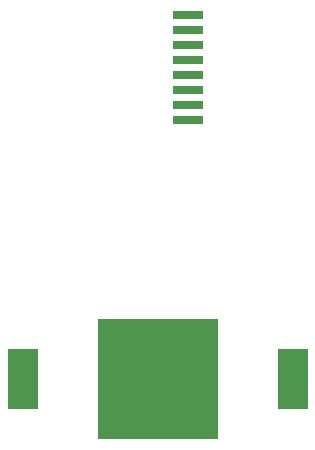
<source format=gtp>
G04 Layer: TopPasteMaskLayer*
G04 EasyEDA v6.2.46, 2019-11-03T11:34:55+01:00*
G04 e10e46a80a834b6b97d20d57123ccb7d,d15f1e4770a0489585fd403fbbc54e69,10*
G04 Gerber Generator version 0.2*
G04 Scale: 100 percent, Rotated: No, Reflected: No *
G04 Dimensions in inches *
G04 leading zeros omitted , absolute positions ,2 integer and 4 decimal *
%FSLAX24Y24*%
%MOIN*%
G90*
G70D02*

%ADD15R,0.100000X0.200000*%
%ADD16R,0.400000X0.400000*%
%ADD17R,0.100000X0.030000*%

%LPD*%
G54D15*
G01X1900Y4200D03*
G01X10900Y4200D03*
G54D16*
G01X6400Y4200D03*
G54D17*
G01X7400Y12850D03*
G01X7400Y13350D03*
G01X7400Y13850D03*
G01X7400Y14350D03*
G01X7400Y14850D03*
G01X7400Y15350D03*
G01X7400Y15850D03*
G01X7400Y16350D03*
M00*
M02*

</source>
